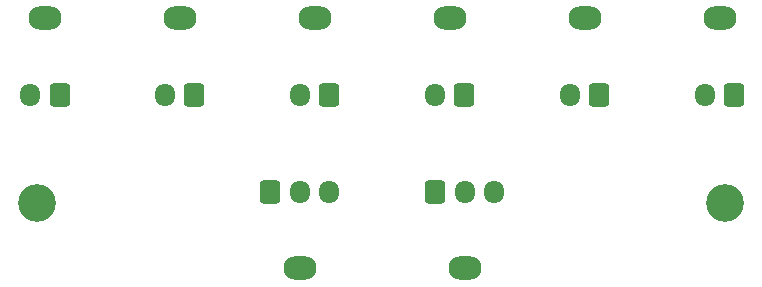
<source format=gbr>
%TF.GenerationSoftware,KiCad,Pcbnew,9.0.1*%
%TF.CreationDate,2025-04-23T20:11:47+09:00*%
%TF.ProjectId,RDC_Humanoid_CAN_chain,5244435f-4875-46d6-916e-6f69645f4341,rev?*%
%TF.SameCoordinates,Original*%
%TF.FileFunction,Soldermask,Bot*%
%TF.FilePolarity,Negative*%
%FSLAX46Y46*%
G04 Gerber Fmt 4.6, Leading zero omitted, Abs format (unit mm)*
G04 Created by KiCad (PCBNEW 9.0.1) date 2025-04-23 20:11:47*
%MOMM*%
%LPD*%
G01*
G04 APERTURE LIST*
G04 Aperture macros list*
%AMRoundRect*
0 Rectangle with rounded corners*
0 $1 Rounding radius*
0 $2 $3 $4 $5 $6 $7 $8 $9 X,Y pos of 4 corners*
0 Add a 4 corners polygon primitive as box body*
4,1,4,$2,$3,$4,$5,$6,$7,$8,$9,$2,$3,0*
0 Add four circle primitives for the rounded corners*
1,1,$1+$1,$2,$3*
1,1,$1+$1,$4,$5*
1,1,$1+$1,$6,$7*
1,1,$1+$1,$8,$9*
0 Add four rect primitives between the rounded corners*
20,1,$1+$1,$2,$3,$4,$5,0*
20,1,$1+$1,$4,$5,$6,$7,0*
20,1,$1+$1,$6,$7,$8,$9,0*
20,1,$1+$1,$8,$9,$2,$3,0*%
G04 Aperture macros list end*
%ADD10C,3.200000*%
%ADD11O,2.800000X2.000000*%
%ADD12RoundRect,0.250000X-0.600000X-0.725000X0.600000X-0.725000X0.600000X0.725000X-0.600000X0.725000X0*%
%ADD13O,1.700000X1.950000*%
%ADD14RoundRect,0.250000X0.600000X0.725000X-0.600000X0.725000X-0.600000X-0.725000X0.600000X-0.725000X0*%
G04 APERTURE END LIST*
D10*
%TO.C,H2*%
X30235000Y-94985000D03*
%TD*%
D11*
%TO.C,J2*%
X66430000Y-100490000D03*
D12*
X63930000Y-93990000D03*
D13*
X66430000Y-93990000D03*
X68930000Y-93990000D03*
%TD*%
D11*
%TO.C,J6*%
X88020000Y-79320000D03*
D14*
X89270000Y-85820000D03*
D13*
X86770000Y-85820000D03*
%TD*%
D10*
%TO.C,H1*%
X88500000Y-95000000D03*
%TD*%
D11*
%TO.C,J8*%
X65160000Y-79320000D03*
D14*
X66410000Y-85820000D03*
D13*
X63910000Y-85820000D03*
%TD*%
D11*
%TO.C,J4*%
X42300000Y-79320000D03*
D14*
X43550000Y-85820000D03*
D13*
X41050000Y-85820000D03*
%TD*%
D11*
%TO.C,J5*%
X30890000Y-79320000D03*
D14*
X32140000Y-85820000D03*
D13*
X29640000Y-85820000D03*
%TD*%
D11*
%TO.C,J3*%
X53730000Y-79320000D03*
D14*
X54980000Y-85820000D03*
D13*
X52480000Y-85820000D03*
%TD*%
D11*
%TO.C,J7*%
X76590000Y-79320000D03*
D14*
X77840000Y-85820000D03*
D13*
X75340000Y-85820000D03*
%TD*%
D11*
%TO.C,J1*%
X52460000Y-100490000D03*
D12*
X49960000Y-93990000D03*
D13*
X52460000Y-93990000D03*
X54960000Y-93990000D03*
%TD*%
M02*

</source>
